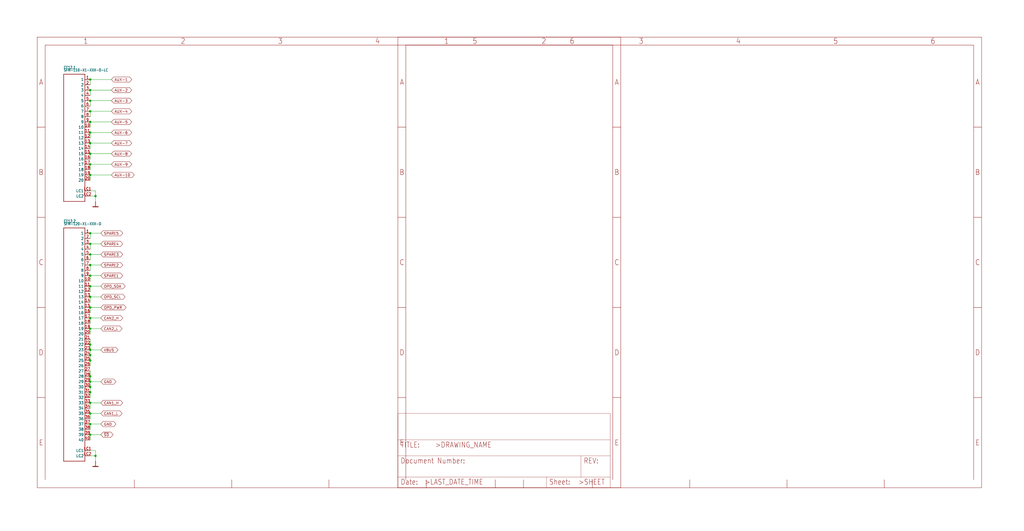
<source format=kicad_sch>
(kicad_sch (version 20211123) (generator eeschema)
  (paper "User" 490.22 254.406)
  (lib_symbols
    (symbol "oresat-backplane-2u-eagle-import:FRAME_A_L"
      (symbol "FRAME_A_L_0_0"
        (polyline (pts (xy 0 43.18) (xy 3.81 43.18)))
        (polyline (pts (xy 0 86.36) (xy 3.81 86.36)))
        (polyline (pts (xy 0 129.54) (xy 3.81 129.54)))
        (polyline (pts (xy 0 172.72) (xy 3.81 172.72)))
        (polyline (pts (xy 3.81 3.81) (xy 3.81 212.09)))
        (polyline (pts (xy 46.5667 0) (xy 46.5667 3.81)))
        (polyline (pts (xy 93.1333 0) (xy 93.1333 3.81)))
        (polyline (pts (xy 139.7 0) (xy 139.7 3.81)))
        (polyline (pts (xy 186.2667 0) (xy 186.2667 3.81)))
        (polyline (pts (xy 232.8333 0) (xy 232.8333 3.81)))
        (polyline (pts (xy 275.59 3.81) (xy 275.59 212.09)))
        (polyline (pts (xy 275.59 43.18) (xy 279.4 43.18)))
        (polyline (pts (xy 275.59 86.36) (xy 279.4 86.36)))
        (polyline (pts (xy 275.59 129.54) (xy 279.4 129.54)))
        (polyline (pts (xy 275.59 172.72) (xy 279.4 172.72)))
        (polyline (pts (xy 275.59 212.09) (xy 3.81 212.09)))
        (polyline (pts (xy 0 0) (xy 279.4 0) (xy 279.4 215.9) (xy 0 215.9) (xy 0 0)))
        (text "1" (at 23.2833 213.995 0) (effects (font (size 2.54 2.286))))
        (text "2" (at 69.85 213.995 0) (effects (font (size 2.54 2.286))))
        (text "3" (at 116.4167 213.995 0) (effects (font (size 2.54 2.286))))
        (text "4" (at 162.9833 213.995 0) (effects (font (size 2.54 2.286))))
        (text "5" (at 209.55 213.995 0) (effects (font (size 2.54 2.286))))
        (text "6" (at 256.1167 213.995 0) (effects (font (size 2.54 2.286))))
        (text "A" (at 1.905 194.31 0) (effects (font (size 2.54 2.286))))
        (text "A" (at 277.495 194.31 0) (effects (font (size 2.54 2.286))))
        (text "B" (at 1.905 151.13 0) (effects (font (size 2.54 2.286))))
        (text "B" (at 277.495 151.13 0) (effects (font (size 2.54 2.286))))
        (text "C" (at 1.905 107.95 0) (effects (font (size 2.54 2.286))))
        (text "C" (at 277.495 107.95 0) (effects (font (size 2.54 2.286))))
        (text "D" (at 1.905 64.77 0) (effects (font (size 2.54 2.286))))
        (text "D" (at 277.495 64.77 0) (effects (font (size 2.54 2.286))))
        (text "E" (at 1.905 21.59 0) (effects (font (size 2.54 2.286))))
        (text "E" (at 277.495 21.59 0) (effects (font (size 2.54 2.286))))
      )
      (symbol "FRAME_A_L_2_0"
        (polyline (pts (xy 0 0) (xy 0 5.08)) (stroke (width 0.1016)))
        (polyline (pts (xy 0 0) (xy 71.12 0)) (stroke (width 0.1016)))
        (polyline (pts (xy 0 5.08) (xy 0 15.24)) (stroke (width 0.1016)))
        (polyline (pts (xy 0 5.08) (xy 71.12 5.08)) (stroke (width 0.1016)))
        (polyline (pts (xy 0 15.24) (xy 0 22.86)) (stroke (width 0.1016)))
        (polyline (pts (xy 0 22.86) (xy 0 35.56)) (stroke (width 0.1016)))
        (polyline (pts (xy 0 22.86) (xy 101.6 22.86)) (stroke (width 0.1016)))
        (polyline (pts (xy 71.12 0) (xy 101.6 0)) (stroke (width 0.1016)))
        (polyline (pts (xy 71.12 5.08) (xy 71.12 0)) (stroke (width 0.1016)))
        (polyline (pts (xy 71.12 5.08) (xy 87.63 5.08)) (stroke (width 0.1016)))
        (polyline (pts (xy 87.63 5.08) (xy 101.6 5.08)) (stroke (width 0.1016)))
        (polyline (pts (xy 87.63 15.24) (xy 0 15.24)) (stroke (width 0.1016)))
        (polyline (pts (xy 87.63 15.24) (xy 87.63 5.08)) (stroke (width 0.1016)))
        (polyline (pts (xy 101.6 5.08) (xy 101.6 0)) (stroke (width 0.1016)))
        (polyline (pts (xy 101.6 15.24) (xy 87.63 15.24)) (stroke (width 0.1016)))
        (polyline (pts (xy 101.6 15.24) (xy 101.6 5.08)) (stroke (width 0.1016)))
        (polyline (pts (xy 101.6 22.86) (xy 101.6 15.24)) (stroke (width 0.1016)))
        (polyline (pts (xy 101.6 35.56) (xy 0 35.56)) (stroke (width 0.1016)))
        (polyline (pts (xy 101.6 35.56) (xy 101.6 22.86)) (stroke (width 0.1016)))
        (text ">DRAWING_NAME" (at 17.78 19.05 0) (effects (font (size 2.54 2.159)) (justify left bottom)))
        (text ">LAST_DATE_TIME" (at 12.7 1.27 0) (effects (font (size 2.54 2.159)) (justify left bottom)))
        (text ">SHEET" (at 86.36 1.27 0) (effects (font (size 2.54 2.159)) (justify left bottom)))
        (text "Date:" (at 1.27 1.27 0) (effects (font (size 2.54 2.159)) (justify left bottom)))
        (text "Document Number:" (at 1.27 11.43 0) (effects (font (size 2.54 2.159)) (justify left bottom)))
        (text "REV:" (at 88.9 11.43 0) (effects (font (size 2.54 2.159)) (justify left bottom)))
        (text "Sheet:" (at 72.39 1.27 0) (effects (font (size 2.54 2.159)) (justify left bottom)))
        (text "TITLE:" (at 1.27 19.05 0) (effects (font (size 2.54 2.159)) (justify left bottom)))
      )
    )
    (symbol "oresat-backplane-2u-eagle-import:GND" (power)
      (symbol "GND_1_0"
        (polyline (pts (xy -1.27 -2.54) (xy 1.27 -2.54)) (stroke (width 0.4064)))
        (pin power_in line (at 0 0 270) (length 2.54) (name "GND") (number "1"))
      )
    )
    (symbol "oresat-backplane-2u-eagle-import:SFM-110-X1-XXX-D-LC"
      (property "Reference" "CF" (at -2.54 33.02 0))
      (property "Value" "SFM-110-X1-XXX-D-LC" (at -2.54 31.75 0))
      (symbol "SFM-110-X1-XXX-D-LC_1_0"
        (polyline (pts (xy -2.54 -30.48) (xy -2.54 30.48)) (stroke (width 0.254)))
        (polyline (pts (xy -2.54 30.48) (xy 7.62 30.48)) (stroke (width 0.254)))
        (polyline (pts (xy 7.62 -30.48) (xy -2.54 -30.48)) (stroke (width 0.254)))
        (polyline (pts (xy 7.62 30.48) (xy 7.62 -30.48)) (stroke (width 0.254)))
        (pin passive line (at 10.16 27.94 180) (length 2.54) (name "1") (number "1"))
        (pin passive line (at 10.16 5.08 180) (length 2.54) (name "10") (number "10"))
        (pin passive line (at 10.16 2.54 180) (length 2.54) (name "11") (number "11"))
        (pin passive line (at 10.16 0 180) (length 2.54) (name "12") (number "12"))
        (pin passive line (at 10.16 -2.54 180) (length 2.54) (name "13") (number "13"))
        (pin passive line (at 10.16 -5.08 180) (length 2.54) (name "14") (number "14"))
        (pin passive line (at 10.16 -7.62 180) (length 2.54) (name "15") (number "15"))
        (pin passive line (at 10.16 -10.16 180) (length 2.54) (name "16") (number "16"))
        (pin passive line (at 10.16 -12.7 180) (length 2.54) (name "17") (number "17"))
        (pin passive line (at 10.16 -15.24 180) (length 2.54) (name "18") (number "18"))
        (pin passive line (at 10.16 -17.78 180) (length 2.54) (name "19") (number "19"))
        (pin passive line (at 10.16 25.4 180) (length 2.54) (name "2") (number "2"))
        (pin passive line (at 10.16 -20.32 180) (length 2.54) (name "20") (number "20"))
        (pin passive line (at 10.16 22.86 180) (length 2.54) (name "3") (number "3"))
        (pin passive line (at 10.16 20.32 180) (length 2.54) (name "4") (number "4"))
        (pin passive line (at 10.16 17.78 180) (length 2.54) (name "5") (number "5"))
        (pin passive line (at 10.16 15.24 180) (length 2.54) (name "6") (number "6"))
        (pin passive line (at 10.16 12.7 180) (length 2.54) (name "7") (number "7"))
        (pin passive line (at 10.16 10.16 180) (length 2.54) (name "8") (number "8"))
        (pin passive line (at 10.16 7.62 180) (length 2.54) (name "9") (number "9"))
        (pin passive line (at 10.16 -25.4 180) (length 2.54) (name "LC1") (number "LC1"))
        (pin passive line (at 10.16 -27.94 180) (length 2.54) (name "LC2") (number "LC2"))
      )
    )
    (symbol "oresat-backplane-2u-eagle-import:SFM-120-X1-XXX-D"
      (property "Reference" "J" (at -2.54 50.8 0))
      (property "Value" "SFM-120-X1-XXX-D" (at -2.54 49.53 0))
      (symbol "SFM-120-X1-XXX-D_1_0"
        (polyline (pts (xy -2.54 -63.5) (xy -2.54 48.26)) (stroke (width 0.254)))
        (polyline (pts (xy -2.54 48.26) (xy 7.62 48.26)) (stroke (width 0.254)))
        (polyline (pts (xy 7.62 -63.5) (xy -2.54 -63.5)) (stroke (width 0.254)))
        (polyline (pts (xy 7.62 48.26) (xy 7.62 -63.5)) (stroke (width 0.254)))
        (pin passive line (at 10.16 45.72 180) (length 2.54) (name "1") (number "1"))
        (pin passive line (at 10.16 22.86 180) (length 2.54) (name "10") (number "10"))
        (pin passive line (at 10.16 20.32 180) (length 2.54) (name "11") (number "11"))
        (pin passive line (at 10.16 17.78 180) (length 2.54) (name "12") (number "12"))
        (pin passive line (at 10.16 15.24 180) (length 2.54) (name "13") (number "13"))
        (pin passive line (at 10.16 12.7 180) (length 2.54) (name "14") (number "14"))
        (pin passive line (at 10.16 10.16 180) (length 2.54) (name "15") (number "15"))
        (pin passive line (at 10.16 7.62 180) (length 2.54) (name "16") (number "16"))
        (pin passive line (at 10.16 5.08 180) (length 2.54) (name "17") (number "17"))
        (pin passive line (at 10.16 2.54 180) (length 2.54) (name "18") (number "18"))
        (pin passive line (at 10.16 0 180) (length 2.54) (name "19") (number "19"))
        (pin passive line (at 10.16 43.18 180) (length 2.54) (name "2") (number "2"))
        (pin passive line (at 10.16 -2.54 180) (length 2.54) (name "20") (number "20"))
        (pin passive line (at 10.16 -5.08 180) (length 2.54) (name "21") (number "21"))
        (pin passive line (at 10.16 -7.62 180) (length 2.54) (name "22") (number "22"))
        (pin passive line (at 10.16 -10.16 180) (length 2.54) (name "23") (number "23"))
        (pin passive line (at 10.16 -12.7 180) (length 2.54) (name "24") (number "24"))
        (pin passive line (at 10.16 -15.24 180) (length 2.54) (name "25") (number "25"))
        (pin passive line (at 10.16 -17.78 180) (length 2.54) (name "26") (number "26"))
        (pin passive line (at 10.16 -20.32 180) (length 2.54) (name "27") (number "27"))
        (pin passive line (at 10.16 -22.86 180) (length 2.54) (name "28") (number "28"))
        (pin passive line (at 10.16 -25.4 180) (length 2.54) (name "29") (number "29"))
        (pin passive line (at 10.16 40.64 180) (length 2.54) (name "3") (number "3"))
        (pin passive line (at 10.16 -27.94 180) (length 2.54) (name "30") (number "30"))
        (pin passive line (at 10.16 -30.48 180) (length 2.54) (name "31") (number "31"))
        (pin passive line (at 10.16 -33.02 180) (length 2.54) (name "32") (number "32"))
        (pin passive line (at 10.16 -35.56 180) (length 2.54) (name "33") (number "33"))
        (pin passive line (at 10.16 -38.1 180) (length 2.54) (name "34") (number "34"))
        (pin passive line (at 10.16 -40.64 180) (length 2.54) (name "35") (number "35"))
        (pin passive line (at 10.16 -43.18 180) (length 2.54) (name "36") (number "36"))
        (pin passive line (at 10.16 -45.72 180) (length 2.54) (name "37") (number "37"))
        (pin passive line (at 10.16 -48.26 180) (length 2.54) (name "38") (number "38"))
        (pin passive line (at 10.16 -50.8 180) (length 2.54) (name "39") (number "39"))
        (pin passive line (at 10.16 38.1 180) (length 2.54) (name "4") (number "4"))
        (pin passive line (at 10.16 -53.34 180) (length 2.54) (name "40") (number "40"))
        (pin passive line (at 10.16 35.56 180) (length 2.54) (name "5") (number "5"))
        (pin passive line (at 10.16 33.02 180) (length 2.54) (name "6") (number "6"))
        (pin passive line (at 10.16 30.48 180) (length 2.54) (name "7") (number "7"))
        (pin passive line (at 10.16 27.94 180) (length 2.54) (name "8") (number "8"))
        (pin passive line (at 10.16 25.4 180) (length 2.54) (name "9") (number "9"))
        (pin passive line (at 10.16 -58.42 180) (length 2.54) (name "LC1") (number "LC1"))
        (pin passive line (at 10.16 -60.96 180) (length 2.54) (name "LC2") (number "LC2"))
      )
    )
  )
  (junction (at 43.18 121.92))
  (junction (at 43.18 116.84))
  (junction (at 43.18 185.42))
  (junction (at 43.18 147.32))
  (junction (at 43.18 53.34))
  (junction (at 43.18 198.12))
  (junction (at 43.18 180.34))
  (junction (at 43.18 38.1))
  (junction (at 43.18 203.2))
  (junction (at 43.18 63.5))
  (junction (at 43.18 182.88))
  (junction (at 43.18 167.64))
  (junction (at 43.18 83.82))
  (junction (at 45.72 218.44))
  (junction (at 43.18 142.24))
  (junction (at 43.18 208.28))
  (junction (at 43.18 78.74))
  (junction (at 43.18 111.76))
  (junction (at 43.18 152.4))
  (junction (at 43.18 132.08))
  (junction (at 43.18 157.48))
  (junction (at 43.18 193.04))
  (junction (at 43.18 137.16))
  (junction (at 43.18 68.58))
  (junction (at 43.18 48.26))
  (junction (at 43.18 127))
  (junction (at 43.18 43.18))
  (junction (at 43.18 58.42))
  (junction (at 43.18 187.96))
  (junction (at 43.18 170.18))
  (junction (at 43.18 73.66))
  (junction (at 43.18 165.1))
  (junction (at 43.18 172.72))
  (junction (at 45.72 93.98))
  (wire (pts (xy 45.72 91.44) (xy 43.18 91.44)))
  (wire (pts (xy 43.18 68.58) (xy 53.34 68.58)))
  (wire (pts (xy 43.18 218.44) (xy 45.72 218.44)))
  (wire (pts (xy 48.26 132.08) (xy 43.18 132.08)))
  (wire (pts (xy 43.18 137.16) (xy 43.18 139.7)))
  (wire (pts (xy 43.18 116.84) (xy 48.26 116.84)))
  (wire (pts (xy 45.72 96.52) (xy 45.72 93.98)))
  (wire (pts (xy 43.18 142.24) (xy 43.18 144.78)))
  (wire (pts (xy 43.18 58.42) (xy 43.18 60.96)))
  (wire (pts (xy 43.18 157.48) (xy 43.18 160.02)))
  (wire (pts (xy 43.18 208.28) (xy 43.18 210.82)))
  (wire (pts (xy 43.18 127) (xy 43.18 129.54)))
  (wire (pts (xy 48.26 203.2) (xy 43.18 203.2)))
  (wire (pts (xy 43.18 48.26) (xy 53.34 48.26)))
  (wire (pts (xy 45.72 218.44) (xy 45.72 220.98)))
  (wire (pts (xy 43.18 78.74) (xy 43.18 81.28)))
  (wire (pts (xy 48.26 182.88) (xy 43.18 182.88)))
  (wire (pts (xy 43.18 182.88) (xy 43.18 180.34)))
  (wire (pts (xy 45.72 93.98) (xy 45.72 91.44)))
  (wire (pts (xy 43.18 43.18) (xy 43.18 45.72)))
  (wire (pts (xy 43.18 165.1) (xy 43.18 162.56)))
  (wire (pts (xy 43.18 203.2) (xy 43.18 205.74)))
  (wire (pts (xy 48.26 157.48) (xy 43.18 157.48)))
  (wire (pts (xy 48.26 147.32) (xy 43.18 147.32)))
  (wire (pts (xy 43.18 58.42) (xy 53.34 58.42)))
  (wire (pts (xy 43.18 38.1) (xy 53.34 38.1)))
  (wire (pts (xy 48.26 167.64) (xy 43.18 167.64)))
  (wire (pts (xy 43.18 187.96) (xy 43.18 190.5)))
  (wire (pts (xy 43.18 116.84) (xy 43.18 119.38)))
  (wire (pts (xy 43.18 78.74) (xy 53.34 78.74)))
  (wire (pts (xy 43.18 172.72) (xy 43.18 170.18)))
  (wire (pts (xy 43.18 167.64) (xy 43.18 170.18)))
  (wire (pts (xy 43.18 172.72) (xy 43.18 175.26)))
  (wire (pts (xy 43.18 63.5) (xy 53.34 63.5)))
  (wire (pts (xy 43.18 43.18) (xy 53.34 43.18)))
  (wire (pts (xy 43.18 167.64) (xy 43.18 165.1)))
  (wire (pts (xy 43.18 152.4) (xy 43.18 154.94)))
  (wire (pts (xy 43.18 111.76) (xy 43.18 114.3)))
  (wire (pts (xy 43.18 63.5) (xy 43.18 66.04)))
  (wire (pts (xy 43.18 53.34) (xy 53.34 53.34)))
  (wire (pts (xy 43.18 180.34) (xy 43.18 177.8)))
  (wire (pts (xy 43.18 53.34) (xy 43.18 55.88)))
  (wire (pts (xy 48.26 142.24) (xy 43.18 142.24)))
  (wire (pts (xy 43.18 121.92) (xy 43.18 124.46)))
  (wire (pts (xy 45.72 93.98) (xy 43.18 93.98)))
  (wire (pts (xy 43.18 147.32) (xy 43.18 149.86)))
  (wire (pts (xy 43.18 132.08) (xy 43.18 134.62)))
  (wire (pts (xy 43.18 73.66) (xy 43.18 76.2)))
  (wire (pts (xy 48.26 193.04) (xy 43.18 193.04)))
  (wire (pts (xy 43.18 185.42) (xy 43.18 187.96)))
  (wire (pts (xy 43.18 111.76) (xy 48.26 111.76)))
  (wire (pts (xy 48.26 137.16) (xy 43.18 137.16)))
  (wire (pts (xy 43.18 68.58) (xy 43.18 71.12)))
  (wire (pts (xy 45.72 215.9) (xy 45.72 218.44)))
  (wire (pts (xy 43.18 73.66) (xy 53.34 73.66)))
  (wire (pts (xy 43.18 215.9) (xy 45.72 215.9)))
  (wire (pts (xy 48.26 152.4) (xy 43.18 152.4)))
  (wire (pts (xy 43.18 83.82) (xy 53.34 83.82)))
  (wire (pts (xy 43.18 38.1) (xy 43.18 40.64)))
  (wire (pts (xy 43.18 48.26) (xy 43.18 50.8)))
  (wire (pts (xy 43.18 182.88) (xy 43.18 185.42)))
  (wire (pts (xy 48.26 208.28) (xy 43.18 208.28)))
  (wire (pts (xy 43.18 198.12) (xy 43.18 200.66)))
  (wire (pts (xy 48.26 198.12) (xy 43.18 198.12)))
  (wire (pts (xy 43.18 193.04) (xy 43.18 195.58)))
  (wire (pts (xy 43.18 83.82) (xy 43.18 86.36)))
  (wire (pts (xy 43.18 121.92) (xy 48.26 121.92)))
  (wire (pts (xy 48.26 127) (xy 43.18 127)))
  (global_label "CAN2_L" (shape bidirectional) (at 48.26 157.48 0) (effects (font (size 1.2446 1.2446))) (property "Intersheet References" "${INTERSHEET_REFS}" (effects hide)))
  (global_label "SPARE1" (shape bidirectional) (at 48.26 132.08 0) (effects (font (size 1.2446 1.2446))) (property "Intersheet References" "${INTERSHEET_REFS}" (effects hide)))
  (global_label "AUX-4" (shape bidirectional) (at 53.34 53.34 0) (effects (font (size 1.2446 1.2446))) (property "Intersheet References" "${INTERSHEET_REFS}" (effects hide)))
  (global_label "OPD_SDA" (shape bidirectional) (at 48.26 137.16 0) (effects (font (size 1.2446 1.2446))) (property "Intersheet References" "${INTERSHEET_REFS}" (effects hide)))
  (global_label "SPARE3" (shape bidirectional) (at 48.26 121.92 0) (effects (font (size 1.2446 1.2446))) (property "Intersheet References" "${INTERSHEET_REFS}" (effects hide)))
  (global_label "SPARE2" (shape bidirectional) (at 48.26 127 0) (effects (font (size 1.2446 1.2446))) (property "Intersheet References" "${INTERSHEET_REFS}" (effects hide)))
  (global_label "AUX-7" (shape bidirectional) (at 53.34 68.58 0) (effects (font (size 1.2446 1.2446))) (property "Intersheet References" "${INTERSHEET_REFS}" (effects hide)))
  (global_label "AUX-9" (shape bidirectional) (at 53.34 78.74 0) (effects (font (size 1.2446 1.2446))) (property "Intersheet References" "${INTERSHEET_REFS}" (effects hide)))
  (global_label "CAN1_H" (shape bidirectional) (at 48.26 193.04 0) (effects (font (size 1.2446 1.2446))) (property "Intersheet References" "${INTERSHEET_REFS}" (effects hide)))
  (global_label "CAN1_L" (shape bidirectional) (at 48.26 198.12 0) (effects (font (size 1.2446 1.2446))) (property "Intersheet References" "${INTERSHEET_REFS}" (effects hide)))
  (global_label "~{SD}" (shape bidirectional) (at 48.26 208.28 0) (effects (font (size 1.2446 1.2446))) (property "Intersheet References" "${INTERSHEET_REFS}" (effects hide)))
  (global_label "AUX-10" (shape bidirectional) (at 53.34 83.82 0) (effects (font (size 1.2446 1.2446))) (property "Intersheet References" "${INTERSHEET_REFS}" (effects hide)))
  (global_label "OPD_PWR" (shape bidirectional) (at 48.26 147.32 0) (effects (font (size 1.2446 1.2446))) (property "Intersheet References" "${INTERSHEET_REFS}" (effects hide)))
  (global_label "AUX-6" (shape bidirectional) (at 53.34 63.5 0) (effects (font (size 1.2446 1.2446))) (property "Intersheet References" "${INTERSHEET_REFS}" (effects hide)))
  (global_label "AUX-2" (shape bidirectional) (at 53.34 43.18 0) (effects (font (size 1.2446 1.2446))) (property "Intersheet References" "${INTERSHEET_REFS}" (effects hide)))
  (global_label "SPARE5" (shape bidirectional) (at 48.26 111.76 0) (effects (font (size 1.2446 1.2446))) (property "Intersheet References" "${INTERSHEET_REFS}" (effects hide)))
  (global_label "AUX-5" (shape bidirectional) (at 53.34 58.42 0) (effects (font (size 1.2446 1.2446))) (property "Intersheet References" "${INTERSHEET_REFS}" (effects hide)))
  (global_label "AUX-1" (shape bidirectional) (at 53.34 38.1 0) (effects (font (size 1.2446 1.2446))) (property "Intersheet References" "${INTERSHEET_REFS}" (effects hide)))
  (global_label "GND" (shape bidirectional) (at 48.26 182.88 0) (effects (font (size 1.2446 1.2446))) (property "Intersheet References" "${INTERSHEET_REFS}" (effects hide)))
  (global_label "SPARE4" (shape bidirectional) (at 48.26 116.84 0) (effects (font (size 1.2446 1.2446))) (property "Intersheet References" "${INTERSHEET_REFS}" (effects hide)))
  (global_label "VBUS" (shape bidirectional) (at 48.26 167.64 0) (effects (font (size 1.2446 1.2446))) (property "Intersheet References" "${INTERSHEET_REFS}" (effects hide)))
  (global_label "GND" (shape bidirectional) (at 48.26 203.2 0) (effects (font (size 1.2446 1.2446))) (property "Intersheet References" "${INTERSHEET_REFS}" (effects hide)))
  (global_label "CAN2_H" (shape bidirectional) (at 48.26 152.4 0) (effects (font (size 1.2446 1.2446))) (property "Intersheet References" "${INTERSHEET_REFS}" (effects hide)))
  (global_label "AUX-3" (shape bidirectional) (at 53.34 48.26 0) (effects (font (size 1.2446 1.2446))) (property "Intersheet References" "${INTERSHEET_REFS}" (effects hide)))
  (global_label "OPD_SCL" (shape bidirectional) (at 48.26 142.24 0) (effects (font (size 1.2446 1.2446))) (property "Intersheet References" "${INTERSHEET_REFS}" (effects hide)))
  (global_label "AUX-8" (shape bidirectional) (at 53.34 73.66 0) (effects (font (size 1.2446 1.2446))) (property "Intersheet References" "${INTERSHEET_REFS}" (effects hide)))
  (symbol (lib_id "oresat-backplane-2u-eagle-import:FRAME_A_L") (at 17.78 233.68 0) (unit 1)
    (property "Reference" "#FRAME9" (effects hide))
    (property "Value" "FRAME_A_L" (effects hide))
    (property "Footprint" "oresat-backplane-2u:" (effects hide))
  )
  (symbol (lib_id "oresat-backplane-2u-eagle-import:SFM-110-X1-XXX-D-LC") (at 33.02 66.04 0) (unit 1)
    (property "Reference" "CF12.1" (at 30.48 33.02 0) (effects (font (size 1.27 1.0795)) (justify left bottom)))
    (property "Value" "SFM-110-X1-XXX-D-LC" (at 30.48 34.29 0) (effects (font (size 1.27 1.0795)) (justify left bottom)))
    (property "Footprint" "oresat-backplane-2u:SFM-110-X1-XXX-D-LC" (effects hide))
  )
  (symbol (lib_id "oresat-backplane-2u-eagle-import:GND") (at 45.72 220.98 0) (unit 1)
    (property "Reference" "#GND049" (effects hide))
    (property "Value" "GND" (effects hide))
    (property "Footprint" "oresat-backplane-2u:" (effects hide))
  )
  (symbol (lib_id "oresat-backplane-2u-eagle-import:GND") (at 45.72 96.52 0) (unit 1)
    (property "Reference" "#GND053" (effects hide))
    (property "Value" "GND" (effects hide))
    (property "Footprint" "oresat-backplane-2u:" (effects hide))
  )
  (symbol (lib_id "oresat-backplane-2u-eagle-import:SFM-120-X1-XXX-D") (at 33.02 157.48 0) (unit 1)
    (property "Reference" "CF12.2" (at 30.48 106.68 0) (effects (font (size 1.27 1.0795)) (justify left bottom)))
    (property "Value" "SFM-120-X1-XXX-D" (at 30.48 107.95 0) (effects (font (size 1.27 1.0795)) (justify left bottom)))
    (property "Footprint" "oresat-backplane-2u:SFM-120-X1-XXX-D" (effects hide))
  )
  (symbol (lib_id "oresat-backplane-2u-eagle-import:FRAME_A_L") (at 190.5 233.68 0) (unit 2)
    (property "Reference" "#FRAME9" (effects hide))
    (property "Value" "FRAME_A_L" (effects hide))
    (property "Footprint" "oresat-backplane-2u:" (effects hide))
  )
)
</source>
